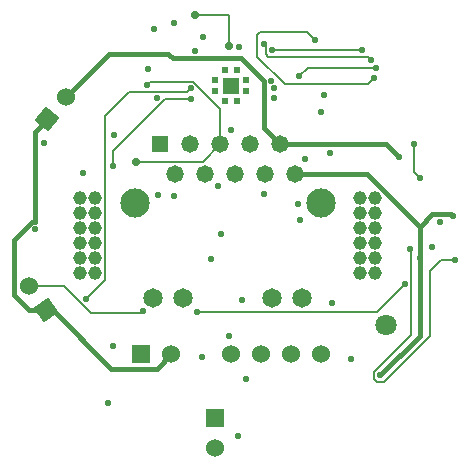
<source format=gbr>
G04 #@! TF.GenerationSoftware,KiCad,Pcbnew,7.0.7*
G04 #@! TF.CreationDate,2024-10-22T13:50:40-07:00*
G04 #@! TF.ProjectId,ESP_POE_1.4a,4553505f-504f-4455-9f31-2e34612e6b69,K*
G04 #@! TF.SameCoordinates,Original*
G04 #@! TF.FileFunction,Copper,L3,Inr*
G04 #@! TF.FilePolarity,Positive*
%FSLAX46Y46*%
G04 Gerber Fmt 4.6, Leading zero omitted, Abs format (unit mm)*
G04 Created by KiCad (PCBNEW 7.0.7) date 2024-10-22 13:50:40*
%MOMM*%
%LPD*%
G01*
G04 APERTURE LIST*
G04 Aperture macros list*
%AMRotRect*
0 Rectangle, with rotation*
0 The origin of the aperture is its center*
0 $1 length*
0 $2 width*
0 $3 Rotation angle, in degrees counterclockwise*
0 Add horizontal line*
21,1,$1,$2,0,0,$3*%
G04 Aperture macros list end*
G04 #@! TA.AperFunction,ComponentPad*
%ADD10R,1.524000X1.524000*%
G04 #@! TD*
G04 #@! TA.AperFunction,ComponentPad*
%ADD11C,1.524000*%
G04 #@! TD*
G04 #@! TA.AperFunction,ComponentPad*
%ADD12RotRect,1.524000X1.524000X230.000000*%
G04 #@! TD*
G04 #@! TA.AperFunction,ComponentPad*
%ADD13RotRect,1.524000X1.524000X305.000000*%
G04 #@! TD*
G04 #@! TA.AperFunction,ComponentPad*
%ADD14R,1.478000X1.478000*%
G04 #@! TD*
G04 #@! TA.AperFunction,ComponentPad*
%ADD15C,1.478000*%
G04 #@! TD*
G04 #@! TA.AperFunction,ComponentPad*
%ADD16C,1.650000*%
G04 #@! TD*
G04 #@! TA.AperFunction,ComponentPad*
%ADD17C,2.475000*%
G04 #@! TD*
G04 #@! TA.AperFunction,ComponentPad*
%ADD18R,1.530000X1.530000*%
G04 #@! TD*
G04 #@! TA.AperFunction,ComponentPad*
%ADD19C,1.530000*%
G04 #@! TD*
G04 #@! TA.AperFunction,ComponentPad*
%ADD20C,1.168400*%
G04 #@! TD*
G04 #@! TA.AperFunction,ComponentPad*
%ADD21R,0.600000X0.600000*%
G04 #@! TD*
G04 #@! TA.AperFunction,ComponentPad*
%ADD22R,1.422400X1.422400*%
G04 #@! TD*
G04 #@! TA.AperFunction,ComponentPad*
%ADD23C,1.800000*%
G04 #@! TD*
G04 #@! TA.AperFunction,ViaPad*
%ADD24C,0.550000*%
G04 #@! TD*
G04 #@! TA.AperFunction,ViaPad*
%ADD25C,0.700000*%
G04 #@! TD*
G04 #@! TA.AperFunction,Conductor*
%ADD26C,0.203200*%
G04 #@! TD*
G04 #@! TA.AperFunction,Conductor*
%ADD27C,0.406400*%
G04 #@! TD*
G04 APERTURE END LIST*
D10*
X106832400Y-150876000D03*
D11*
X109372400Y-150876000D03*
X114452400Y-150876000D03*
X116992400Y-150876000D03*
X119532400Y-150876000D03*
X122072400Y-150876000D03*
X100431600Y-129082800D03*
D12*
X98824630Y-130997912D03*
D11*
X97321258Y-145119720D03*
D13*
X98755200Y-147167600D03*
D14*
X108432600Y-133096000D03*
D15*
X109702600Y-135636000D03*
X110972600Y-133096000D03*
X112242600Y-135636000D03*
X113512600Y-133096000D03*
X114782600Y-135636000D03*
X116052600Y-133096000D03*
X117322600Y-135636000D03*
X118592600Y-133096000D03*
X119862600Y-135636000D03*
D16*
X107822600Y-146094000D03*
X117932600Y-146094000D03*
X110362600Y-146094000D03*
X120472600Y-146094000D03*
D17*
X106273600Y-138100000D03*
X122021600Y-138100000D03*
D18*
X113030000Y-156260800D03*
D19*
X113030000Y-158800800D03*
D20*
X126644400Y-143967200D03*
X125374400Y-143967200D03*
X126644400Y-142697200D03*
X125374400Y-142697200D03*
X126644400Y-141427200D03*
X125374400Y-141427200D03*
X126644400Y-140157200D03*
X125374400Y-140157200D03*
X126644400Y-138887200D03*
X125374400Y-138887200D03*
X126644400Y-137617200D03*
X125374400Y-137617200D03*
D21*
X113891924Y-129427277D03*
X114891924Y-129427277D03*
X113091924Y-128627277D03*
X115691924Y-128627277D03*
D22*
X114391924Y-128127277D03*
D21*
X113091924Y-127627277D03*
X115691924Y-127627277D03*
X113891924Y-126827277D03*
X114891924Y-126827277D03*
D23*
X127508000Y-148386800D03*
D20*
X101650800Y-143967200D03*
X102920800Y-143967200D03*
X101650800Y-142697200D03*
X102920800Y-142697200D03*
X101650800Y-141427200D03*
X102920800Y-141427200D03*
X101650800Y-140157200D03*
X102920800Y-140157200D03*
X101650800Y-138887200D03*
X102920800Y-138887200D03*
X101650800Y-137617200D03*
X102920800Y-137617200D03*
D24*
X101854000Y-135534400D03*
X108141076Y-129223076D03*
X104394000Y-150164800D03*
X98552000Y-132994400D03*
X122326400Y-128930400D03*
X103987600Y-155041600D03*
X107391200Y-126695200D03*
X115011200Y-157784800D03*
X113588800Y-140716000D03*
X97790000Y-140309600D03*
X102158800Y-146202400D03*
X110998000Y-128372300D03*
X120294400Y-139547600D03*
X122834400Y-133858000D03*
X115366800Y-146304000D03*
X112725200Y-142798800D03*
X111963200Y-151130000D03*
X124612400Y-151282400D03*
X111506000Y-147269200D03*
X129138500Y-144932400D03*
X131451591Y-141822001D03*
X122936000Y-146558000D03*
X115722400Y-152958800D03*
X114249200Y-149352000D03*
X128676400Y-134213600D03*
X132130800Y-139700000D03*
X130403600Y-142697200D03*
X133197600Y-139141200D03*
X127050800Y-152650440D03*
D25*
X111404400Y-122180100D03*
D24*
X117246400Y-137312400D03*
D25*
X114219534Y-124774043D03*
D24*
X120650000Y-134315200D03*
X122072400Y-130403600D03*
X120091200Y-138176000D03*
X108204000Y-137363200D03*
X109626400Y-137464800D03*
X114401600Y-131927600D03*
X104495600Y-132334000D03*
X113284000Y-136652000D03*
X106979900Y-147218400D03*
X111048800Y-129286000D03*
X104444800Y-134975600D03*
X130403600Y-135972298D03*
X129895600Y-133068900D03*
X133400800Y-142900400D03*
X129540000Y-141986000D03*
X115138824Y-124875775D03*
X111404400Y-125218440D03*
X126542800Y-127457200D03*
X121564400Y-124311160D03*
X109626400Y-122834400D03*
X107899200Y-123342400D03*
X117246400Y-124612400D03*
X126288800Y-125933200D03*
X112064800Y-124002800D03*
X120192800Y-127355600D03*
X126695200Y-126644400D03*
X118059200Y-129184400D03*
X118059200Y-128357897D03*
X117802243Y-127732095D03*
X117856000Y-125120400D03*
X125526800Y-125120400D03*
D25*
X106375200Y-134569200D03*
D24*
X107289600Y-128118100D03*
D26*
X105768160Y-128673840D02*
X103759000Y-130683000D01*
X110998000Y-128372300D02*
X110696460Y-128673840D01*
X110696460Y-128673840D02*
X105768160Y-128673840D01*
X103759000Y-130683000D02*
X103759000Y-144602200D01*
X103759000Y-144602200D02*
X102158800Y-146202400D01*
X126801700Y-147269200D02*
X111506000Y-147269200D01*
X129138500Y-144932400D02*
X126801700Y-147269200D01*
D27*
X96012000Y-141231717D02*
X96012000Y-145897600D01*
X96012000Y-145897600D02*
X97282000Y-147167600D01*
X104292400Y-152095200D02*
X108153200Y-152095200D01*
X99364800Y-147167600D02*
X104292400Y-152095200D01*
X97790000Y-139704400D02*
X97539317Y-139704400D01*
X108153200Y-152095200D02*
X109372400Y-150876000D01*
X97539317Y-139704400D02*
X96012000Y-141231717D01*
X98755200Y-147167600D02*
X99364800Y-147167600D01*
X98824630Y-130997912D02*
X97790000Y-132032542D01*
X97282000Y-147167600D02*
X98755200Y-147167600D01*
X97790000Y-132032542D02*
X97790000Y-139704400D01*
X127558800Y-133096000D02*
X128676400Y-134213600D01*
X100431600Y-129082800D02*
X104089200Y-125425200D01*
X109524800Y-125831600D02*
X115265200Y-125831600D01*
X117195600Y-131699000D02*
X118592600Y-133096000D01*
X104089200Y-125425200D02*
X109118400Y-125425200D01*
X115265200Y-125831600D02*
X117195600Y-127762000D01*
X118592600Y-133096000D02*
X127558800Y-133096000D01*
X117195600Y-127762000D02*
X117195600Y-131699000D01*
X109118400Y-125425200D02*
X109524800Y-125831600D01*
X125956357Y-135636000D02*
X130403600Y-140083243D01*
X130403600Y-140083243D02*
X131467043Y-139019800D01*
X127050800Y-152650440D02*
X130403600Y-149297640D01*
X130403600Y-149297640D02*
X130403600Y-142697200D01*
X130403600Y-140083243D02*
X130403600Y-142697200D01*
X133076200Y-139019800D02*
X133197600Y-139141200D01*
X119862600Y-135636000D02*
X125956357Y-135636000D01*
X131467043Y-139019800D02*
X133076200Y-139019800D01*
D26*
X114219534Y-122223001D02*
X114219534Y-124774043D01*
X114176633Y-122180100D02*
X114219534Y-122223001D01*
X111404400Y-122180100D02*
X114176633Y-122180100D01*
X106979900Y-147218400D02*
X106791010Y-147407290D01*
X106791010Y-147407290D02*
X102599307Y-147407290D01*
X100311737Y-145119720D02*
X97321258Y-145119720D01*
X102599307Y-147407290D02*
X100311737Y-145119720D01*
X108864088Y-129286000D02*
X111048800Y-129286000D01*
X104444800Y-133705288D02*
X108864088Y-129286000D01*
X104444800Y-134975600D02*
X104444800Y-133705288D01*
X130403600Y-135972298D02*
X129895600Y-135464298D01*
X129895600Y-135464298D02*
X129895600Y-133068900D01*
X126739380Y-153206180D02*
X127362220Y-153206180D01*
X127362220Y-153206180D02*
X131267200Y-149301200D01*
X126495060Y-152961860D02*
X126739380Y-153206180D01*
X131267200Y-149301200D02*
X131267200Y-143814800D01*
X132181600Y-142900400D02*
X133400800Y-142900400D01*
X129641600Y-142087600D02*
X129641600Y-149273704D01*
X131267200Y-143814800D02*
X132181600Y-142900400D01*
X129540000Y-141986000D02*
X129641600Y-142087600D01*
X126495060Y-152420244D02*
X126495060Y-152961860D01*
X129641600Y-149273704D02*
X126495060Y-152420244D01*
X125984000Y-128016000D02*
X118966186Y-128016000D01*
X116636800Y-125686614D02*
X116636800Y-123826464D01*
X120849640Y-123596400D02*
X121564400Y-124311160D01*
X116866864Y-123596400D02*
X120849640Y-123596400D01*
X118966186Y-128016000D02*
X116636800Y-125686614D01*
X126542800Y-127457200D02*
X125984000Y-128016000D01*
X116636800Y-123826464D02*
X116866864Y-123596400D01*
X117551200Y-125679200D02*
X126034800Y-125679200D01*
X117246400Y-124612400D02*
X117348000Y-124714000D01*
X126034800Y-125679200D02*
X126288800Y-125933200D01*
X117348000Y-124714000D02*
X117348000Y-125476000D01*
X117348000Y-125476000D02*
X117551200Y-125679200D01*
X126695200Y-126644400D02*
X120904000Y-126644400D01*
X120904000Y-126644400D02*
X120192800Y-127355600D01*
X125526800Y-125120400D02*
X117856000Y-125120400D01*
X112039400Y-134569200D02*
X106375200Y-134569200D01*
X113512600Y-130124200D02*
X113512600Y-133096000D01*
X107563900Y-127843800D02*
X111232200Y-127843800D01*
X107289600Y-128118100D02*
X107563900Y-127843800D01*
X113512600Y-133096000D02*
X112039400Y-134569200D01*
X111232200Y-127843800D02*
X113512600Y-130124200D01*
M02*

</source>
